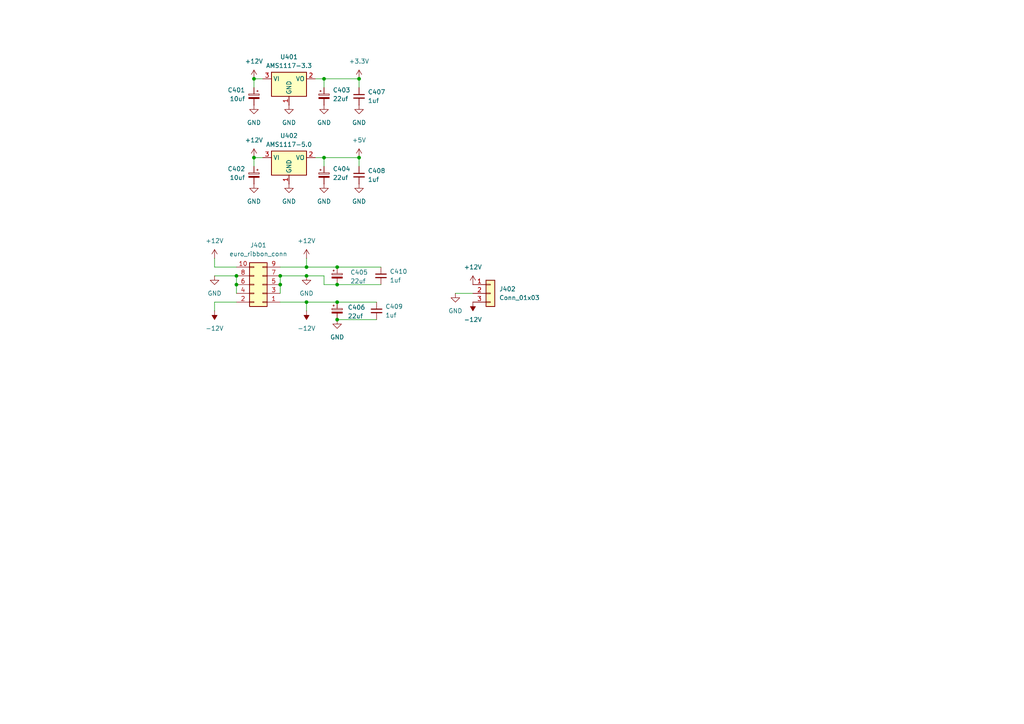
<source format=kicad_sch>
(kicad_sch (version 20250114) (generator "eeschema") (generator_version "9.0")
  (paper "A4")
  (lib_symbols
    (symbol "Connector_Generic:Conn_01x03" (pin_names (offset 1.016) (hide yes))
      (property "Reference" "J" (at 0 5.08 0))
      (property "Value" "Conn_01x03" (at 0 -5.08 0))
      (symbol "Conn_01x03_1_1"
        (rectangle (start -1.27 3.81) (end 1.27 -3.81) (stroke (width 0.254)) (fill (type background)))
        (rectangle (start -1.27 2.667) (end 0 2.413) (stroke (width 0.1524)))
        (rectangle (start -1.27 0.127) (end 0 -0.127) (stroke (width 0.1524)))
        (rectangle (start -1.27 -2.413) (end 0 -2.667) (stroke (width 0.1524)))
        (pin passive line (at -5.08 2.54 0) (length 3.81) (name "Pin_1") (number "1"))
        (pin passive line (at -5.08 0 0) (length 3.81) (name "Pin_2") (number "2"))
        (pin passive line (at -5.08 -2.54 0) (length 3.81) (name "Pin_3") (number "3"))
      )
    )
    (symbol "Connector_Generic:Conn_02x05_Odd_Even" (pin_names (offset 1.016) (hide yes))
      (property "Reference" "J" (at 1.27 7.62 0))
      (property "Value" "Conn_02x05_Odd_Even" (at 1.27 -7.62 0))
      (symbol "Conn_02x05_Odd_Even_1_1"
        (rectangle (start -1.27 6.35) (end 3.81 -6.35) (stroke (width 0.254)) (fill (type background)))
        (rectangle (start -1.27 5.207) (end 0 4.953) (stroke (width 0.1524)))
        (rectangle (start -1.27 2.667) (end 0 2.413) (stroke (width 0.1524)))
        (rectangle (start -1.27 0.127) (end 0 -0.127) (stroke (width 0.1524)))
        (rectangle (start -1.27 -2.413) (end 0 -2.667) (stroke (width 0.1524)))
        (rectangle (start -1.27 -4.953) (end 0 -5.207) (stroke (width 0.1524)))
        (rectangle (start 3.81 5.207) (end 2.54 4.953) (stroke (width 0.1524)))
        (rectangle (start 3.81 2.667) (end 2.54 2.413) (stroke (width 0.1524)))
        (rectangle (start 3.81 0.127) (end 2.54 -0.127) (stroke (width 0.1524)))
        (rectangle (start 3.81 -2.413) (end 2.54 -2.667) (stroke (width 0.1524)))
        (rectangle (start 3.81 -4.953) (end 2.54 -5.207) (stroke (width 0.1524)))
        (pin passive line (at -5.08 5.08 0) (length 3.81) (name "Pin_1") (number "1"))
        (pin passive line (at -5.08 2.54 0) (length 3.81) (name "Pin_3") (number "3"))
        (pin passive line (at -5.08 0 0) (length 3.81) (name "Pin_5") (number "5"))
        (pin passive line (at -5.08 -2.54 0) (length 3.81) (name "Pin_7") (number "7"))
        (pin passive line (at -5.08 -5.08 0) (length 3.81) (name "Pin_9") (number "9"))
        (pin passive line (at 7.62 5.08 180) (length 3.81) (name "Pin_2") (number "2"))
        (pin passive line (at 7.62 2.54 180) (length 3.81) (name "Pin_4") (number "4"))
        (pin passive line (at 7.62 0 180) (length 3.81) (name "Pin_6") (number "6"))
        (pin passive line (at 7.62 -2.54 180) (length 3.81) (name "Pin_8") (number "8"))
        (pin passive line (at 7.62 -5.08 180) (length 3.81) (name "Pin_10") (number "10"))
      )
    )
    (symbol "Device:C_Polarized_Small" (pin_numbers (hide yes)) (pin_names (offset 0.254) (hide yes))
      (property "Reference" "C" (at 0.254 1.778 0))
      (property "Value" "C_Polarized_Small" (at 0.254 -2.032 0))
      (symbol "C_Polarized_Small_0_1"
        (rectangle (start -1.524 0.6858) (end 1.524 0.3048))
        (rectangle (start -1.524 -0.3048) (end 1.524 -0.6858) (fill (type outline)))
        (polyline (pts (xy -1.27 1.524) (xy -0.762 1.524)))
        (polyline (pts (xy -1.016 1.27) (xy -1.016 1.778)))
      )
      (symbol "C_Polarized_Small_1_1"
        (pin passive line (at 0 2.54 270) (length 1.8542) (name "~") (number "1"))
        (pin passive line (at 0 -2.54 90) (length 1.8542) (name "~") (number "2"))
      )
    )
    (symbol "Device:C_Small" (pin_numbers (hide yes)) (pin_names (offset 0.254) (hide yes))
      (property "Reference" "C" (at 0.254 1.778 0))
      (property "Value" "C_Small" (at 0.254 -2.032 0))
      (symbol "C_Small_0_1"
        (polyline (pts (xy -1.524 0.508) (xy 1.524 0.508)) (stroke (width 0.3048)))
        (polyline (pts (xy -1.524 -0.508) (xy 1.524 -0.508)) (stroke (width 0.3302)))
      )
      (symbol "C_Small_1_1"
        (pin passive line (at 0 2.54 270) (length 2.032) (name "~") (number "1"))
        (pin passive line (at 0 -2.54 90) (length 2.032) (name "~") (number "2"))
      )
    )
    (symbol "Regulator_Linear:AMS1117-3.3"
      (property "Reference" "U" (at -3.81 3.175 0))
      (property "Value" "AMS1117-3.3" (at 0 3.175 0))
      (symbol "AMS1117-3.3_0_1"
        (rectangle (start -5.08 -5.08) (end 5.08 1.905) (stroke (width 0.254)) (fill (type background)))
      )
      (symbol "AMS1117-3.3_1_1"
        (pin power_in line (at -7.62 0 0) (length 2.54) (name "VI") (number "3"))
        (pin power_in line (at 0 -7.62 90) (length 2.54) (name "GND") (number "1"))
        (pin power_out line (at 7.62 0 180) (length 2.54) (name "VO") (number "2"))
      )
    )
    (symbol "Regulator_Linear:AMS1117-5.0"
      (property "Reference" "U" (at -3.81 3.175 0))
      (property "Value" "AMS1117-5.0" (at 0 3.175 0))
      (symbol "AMS1117-5.0_0_1"
        (rectangle (start -5.08 -5.08) (end 5.08 1.905) (stroke (width 0.254)) (fill (type background)))
      )
      (symbol "AMS1117-5.0_1_1"
        (pin power_in line (at -7.62 0 0) (length 2.54) (name "VI") (number "3"))
        (pin power_in line (at 0 -7.62 90) (length 2.54) (name "GND") (number "1"))
        (pin power_out line (at 7.62 0 180) (length 2.54) (name "VO") (number "2"))
      )
    )
    (symbol "power:+12V" (power) (pin_numbers (hide yes)) (pin_names (offset 0) (hide yes))
      (property "Value" "+12V" (at 0 3.556 0))
      (symbol "+12V_0_1"
        (polyline (pts (xy -0.762 1.27) (xy 0 2.54)))
        (polyline (pts (xy 0 2.54) (xy 0.762 1.27)))
        (polyline (pts (xy 0 0) (xy 0 2.54)))
      )
      (symbol "+12V_1_1"
        (pin power_in line (at 0 0 90) (length 0) (name "~") (number "1"))
      )
    )
    (symbol "power:+3.3V" (power) (pin_numbers (hide yes)) (pin_names (offset 0) (hide yes))
      (property "Value" "+3.3V" (at 0 3.556 0))
      (symbol "+3.3V_0_1"
        (polyline (pts (xy -0.762 1.27) (xy 0 2.54)))
        (polyline (pts (xy 0 2.54) (xy 0.762 1.27)))
        (polyline (pts (xy 0 0) (xy 0 2.54)))
      )
      (symbol "+3.3V_1_1"
        (pin power_in line (at 0 0 90) (length 0) (name "~") (number "1"))
      )
    )
    (symbol "power:+5V" (power) (pin_numbers (hide yes)) (pin_names (offset 0) (hide yes))
      (property "Value" "+5V" (at 0 3.556 0))
      (symbol "+5V_0_1"
        (polyline (pts (xy -0.762 1.27) (xy 0 2.54)))
        (polyline (pts (xy 0 2.54) (xy 0.762 1.27)))
        (polyline (pts (xy 0 0) (xy 0 2.54)))
      )
      (symbol "+5V_1_1"
        (pin power_in line (at 0 0 90) (length 0) (name "~") (number "1"))
      )
    )
    (symbol "power:-12V" (power) (pin_numbers (hide yes)) (pin_names (offset 0) (hide yes))
      (property "Value" "-12V" (at 0 3.556 0))
      (symbol "-12V_0_0"
        (pin power_in line (at 0 0 90) (length 0) (name "~") (number "1"))
      )
      (symbol "-12V_0_1"
        (polyline (pts (xy 0 0) (xy 0 1.27) (xy 0.762 1.27) (xy 0 2.54) (xy -0.762 1.27) (xy 0 1.27)) (fill (type outline)))
      )
    )
    (symbol "power:GND" (power) (pin_numbers (hide yes)) (pin_names (offset 0) (hide yes))
      (property "Value" "GND" (at 0 -3.81 0))
      (symbol "GND_0_1"
        (polyline (pts (xy 0 0) (xy 0 -1.27) (xy 1.27 -1.27) (xy 0 -2.54) (xy -1.27 -1.27) (xy 0 -1.27)))
      )
      (symbol "GND_1_1"
        (pin power_in line (at 0 0 270) (length 0) (name "~") (number "1"))
      )
    )
  )
  (junction (at 97.79 77.47))
  (junction (at 104.14 22.86))
  (junction (at 93.98 22.86))
  (junction (at 97.79 87.63))
  (junction (at 73.66 45.72))
  (junction (at 104.14 45.72))
  (junction (at 97.79 82.55))
  (junction (at 88.9 80.01))
  (junction (at 81.28 82.55))
  (junction (at 88.9 87.63))
  (junction (at 93.98 45.72))
  (junction (at 97.79 92.71))
  (junction (at 88.9 77.47))
  (junction (at 81.28 80.01))
  (junction (at 68.58 82.55))
  (junction (at 73.66 22.86))
  (junction (at 68.58 80.01))
  (wire (pts (xy 104.14 45.72) (xy 93.98 45.72)))
  (wire (pts (xy 81.28 80.01) (xy 81.28 82.55)))
  (wire (pts (xy 76.2 22.86) (xy 73.66 22.86)))
  (wire (pts (xy 81.28 87.63) (xy 88.9 87.63)))
  (wire (pts (xy 97.79 87.63) (xy 109.22 87.63)))
  (wire (pts (xy 73.66 22.86) (xy 73.66 25.4)))
  (wire (pts (xy 93.98 45.72) (xy 91.44 45.72)))
  (wire (pts (xy 88.9 77.47) (xy 88.9 74.93)))
  (wire (pts (xy 88.9 87.63) (xy 88.9 90.17)))
  (wire (pts (xy 104.14 22.86) (xy 104.14 25.4)))
  (wire (pts (xy 68.58 82.55) (xy 68.58 85.09)))
  (wire (pts (xy 93.98 80.01) (xy 93.98 82.55)))
  (wire (pts (xy 88.9 77.47) (xy 97.79 77.47)))
  (wire (pts (xy 62.23 80.01) (xy 68.58 80.01)))
  (wire (pts (xy 97.79 82.55) (xy 110.49 82.55)))
  (wire (pts (xy 88.9 87.63) (xy 97.79 87.63)))
  (wire (pts (xy 104.14 22.86) (xy 93.98 22.86)))
  (wire (pts (xy 97.79 92.71) (xy 109.22 92.71)))
  (wire (pts (xy 62.23 87.63) (xy 68.58 87.63)))
  (wire (pts (xy 88.9 80.01) (xy 93.98 80.01)))
  (wire (pts (xy 81.28 80.01) (xy 88.9 80.01)))
  (wire (pts (xy 97.79 77.47) (xy 110.49 77.47)))
  (wire (pts (xy 93.98 45.72) (xy 93.98 48.26)))
  (wire (pts (xy 68.58 80.01) (xy 68.58 82.55)))
  (wire (pts (xy 104.14 45.72) (xy 104.14 48.26)))
  (wire (pts (xy 73.66 45.72) (xy 73.66 48.26)))
  (wire (pts (xy 62.23 90.17) (xy 62.23 87.63)))
  (wire (pts (xy 76.2 45.72) (xy 73.66 45.72)))
  (wire (pts (xy 93.98 25.4) (xy 93.98 22.86)))
  (wire (pts (xy 62.23 77.47) (xy 68.58 77.47)))
  (wire (pts (xy 93.98 22.86) (xy 91.44 22.86)))
  (wire (pts (xy 81.28 77.47) (xy 88.9 77.47)))
  (wire (pts (xy 93.98 82.55) (xy 97.79 82.55)))
  (wire (pts (xy 81.28 82.55) (xy 81.28 85.09)))
  (wire (pts (xy 132.08 85.09) (xy 137.16 85.09)))
  (wire (pts (xy 62.23 74.93) (xy 62.23 77.47)))
  (symbol (lib_id "power:GND") (at 88.9 80.01 0) (unit 1)
    (property "Reference" "#PWR0409" (effects (hide yes)))
    (property "Value" "GND" (at 88.9 85.09 0))
    (property "Description" "Power symbol creates a global label with name \"GND\" , ground" (effects (hide yes)))
  )
  (symbol (lib_id "Device:C_Polarized_Small") (at 93.98 27.94 0) (unit 1)
    (property "Reference" "C403" (at 96.52 26.1238 0) (effects (justify left)))
    (property "Value" "22uf" (at 96.52 28.6638 0) (effects (justify left)))
    (property "Footprint" "Capacitor_THT:CP_Radial_Tantal_D4.5mm_P2.50mm" (effects (hide yes)))
    (property "Description" "Polarized capacitor, small symbol" (effects (hide yes)))
  )
  (symbol (lib_id "Connector_Generic:Conn_01x03") (at 142.24 85.09 0) (unit 1)
    (property "Reference" "J402" (at 144.78 83.8199 0) (effects (justify left)))
    (property "Value" "Conn_01x03" (at 144.78 86.3599 0) (effects (justify left)))
    (property "Footprint" "Connector_JST:JST_EH_B3B-EH-A_1x03_P2.50mm_Vertical" (effects (hide yes)))
    (property "Description" "Generic connector, single row, 01x03, script generated (kicad-library-utils/schlib/autogen/connector/)" (effects (hide yes)))
  )
  (symbol (lib_id "power:GND") (at 104.14 30.48 0) (unit 1)
    (property "Reference" "#PWR0414" (effects (hide yes)))
    (property "Value" "GND" (at 104.14 35.56 0))
    (property "Description" "Power symbol creates a global label with name \"GND\" , ground" (effects (hide yes)))
  )
  (symbol (lib_id "power:GND") (at 104.14 53.34 0) (unit 1)
    (property "Reference" "#PWR0415" (effects (hide yes)))
    (property "Value" "GND" (at 104.14 58.42 0))
    (property "Description" "Power symbol creates a global label with name \"GND\" , ground" (effects (hide yes)))
  )
  (symbol (lib_id "power:+3.3V") (at 104.14 22.86 0) (unit 1)
    (property "Reference" "#PWR0627" (effects (hide yes)))
    (property "Value" "+3.3V" (at 104.14 17.78 0))
    (property "Description" "Power symbol creates a global label with name \"+3.3V\"" (effects (hide yes)))
  )
  (symbol (lib_id "Device:C_Small") (at 109.22 90.17 0) (unit 1)
    (property "Reference" "C409" (at 111.76 88.9062 0) (effects (justify left)))
    (property "Value" "1uf" (at 111.76 91.4462 0) (effects (justify left)))
    (property "Footprint" "LED_SMD:LED_0805_2012Metric_Pad1.15x1.40mm_HandSolder" (effects (hide yes)))
    (property "Description" "Unpolarized capacitor, small symbol" (effects (hide yes)))
  )
  (symbol (lib_id "power:GND") (at 73.66 53.34 0) (unit 1)
    (property "Reference" "#PWR0405" (effects (hide yes)))
    (property "Value" "GND" (at 73.66 58.42 0))
    (property "Description" "Power symbol creates a global label with name \"GND\" , ground" (effects (hide yes)))
  )
  (symbol (lib_id "power:GND") (at 132.08 85.09 0) (unit 1)
    (property "Reference" "#PWR0416" (effects (hide yes)))
    (property "Value" "GND" (at 132.08 90.17 0))
    (property "Description" "Power symbol creates a global label with name \"GND\" , ground" (effects (hide yes)))
  )
  (symbol (lib_id "power:GND") (at 62.23 80.01 0) (unit 1)
    (property "Reference" "#PWR0402" (effects (hide yes)))
    (property "Value" "GND" (at 62.23 85.09 0))
    (property "Description" "Power symbol creates a global label with name \"GND\" , ground" (effects (hide yes)))
  )
  (symbol (lib_id "power:-12V") (at 62.23 90.17 180) (unit 1)
    (property "Reference" "#PWR0403" (effects (hide yes)))
    (property "Value" "-12V" (at 62.23 95.25 0))
    (property "Description" "Power symbol creates a global label with name \"-12V\"" (effects (hide yes)))
  )
  (symbol (lib_id "power:GND") (at 73.66 30.48 0) (unit 1)
    (property "Reference" "#PWR0404" (effects (hide yes)))
    (property "Value" "GND" (at 73.66 35.56 0))
    (property "Description" "Power symbol creates a global label with name \"GND\" , ground" (effects (hide yes)))
  )
  (symbol (lib_id "Device:C_Small") (at 104.14 50.8 0) (unit 1)
    (property "Reference" "C408" (at 106.68 49.5362 0) (effects (justify left)))
    (property "Value" "1uf" (at 106.68 52.0762 0) (effects (justify left)))
    (property "Footprint" "LED_SMD:LED_0805_2012Metric_Pad1.15x1.40mm_HandSolder" (effects (hide yes)))
    (property "Description" "Unpolarized capacitor, small symbol" (effects (hide yes)))
  )
  (symbol (lib_id "power:GND") (at 83.82 53.34 0) (unit 1)
    (property "Reference" "#PWR0407" (effects (hide yes)))
    (property "Value" "GND" (at 83.82 58.42 0))
    (property "Description" "Power symbol creates a global label with name \"GND\" , ground" (effects (hide yes)))
  )
  (symbol (lib_id "Connector_Generic:Conn_02x05_Odd_Even") (at 76.2 82.55 180) (unit 1)
    (property "Reference" "J401" (at 74.93 71.12 0))
    (property "Value" "euro_ribbon_conn" (at 74.93 73.66 0))
    (property "Footprint" "Connector_IDC:IDC-Header_2x05_P2.54mm_Vertical" (effects (hide yes)))
    (property "Description" "Generic connector, double row, 02x05, odd/even pin numbering scheme (row 1 odd numbers, row 2 even numbers), script generated (kicad-library-utils/schlib/autogen/connector/)" (effects (hide yes)))
  )
  (symbol (lib_id "Device:C_Polarized_Small") (at 73.66 27.94 0) (mirror y) (unit 1)
    (property "Reference" "C401" (at 71.12 26.1238 0) (effects (justify left)))
    (property "Value" "10uf" (at 71.12 28.6638 0) (effects (justify left)))
    (property "Footprint" "Capacitor_THT:CP_Radial_Tantal_D4.5mm_P2.50mm" (effects (hide yes)))
    (property "Description" "Polarized capacitor, small symbol" (effects (hide yes)))
  )
  (symbol (lib_id "power:+12V") (at 73.66 45.72 0) (unit 1)
    (property "Reference" "#PWR0419" (effects (hide yes)))
    (property "Value" "+12V" (at 73.66 40.64 0))
    (property "Description" "Power symbol creates a global label with name \"+12V\"" (effects (hide yes)))
  )
  (symbol (lib_id "Device:C_Polarized_Small") (at 97.79 90.17 0) (unit 1)
    (property "Reference" "C406" (at 100.838 89.154 0) (effects (justify left)))
    (property "Value" "22uf" (at 100.838 91.694 0) (effects (justify left)))
    (property "Footprint" "Capacitor_THT:CP_Radial_D6.3mm_P2.50mm" (effects (hide yes)))
    (property "Description" "Polarized capacitor, small symbol" (effects (hide yes)))
  )
  (symbol (lib_id "Device:C_Small") (at 110.49 80.01 0) (unit 1)
    (property "Reference" "C410" (at 113.03 78.7462 0) (effects (justify left)))
    (property "Value" "1uf" (at 113.03 81.2862 0) (effects (justify left)))
    (property "Footprint" "Capacitor_SMD:C_0805_2012Metric_Pad1.18x1.45mm_HandSolder" (effects (hide yes)))
    (property "Description" "Unpolarized capacitor, small symbol" (effects (hide yes)))
  )
  (symbol (lib_id "Device:C_Polarized_Small") (at 73.66 50.8 0) (mirror y) (unit 1)
    (property "Reference" "C402" (at 71.12 48.9838 0) (effects (justify left)))
    (property "Value" "10uf" (at 71.12 51.5238 0) (effects (justify left)))
    (property "Footprint" "Capacitor_THT:CP_Radial_Tantal_D4.5mm_P2.50mm" (effects (hide yes)))
    (property "Description" "Polarized capacitor, small symbol" (effects (hide yes)))
  )
  (symbol (lib_id "power:+12V") (at 137.16 82.55 0) (unit 1)
    (property "Reference" "#PWR0417" (effects (hide yes)))
    (property "Value" "+12V" (at 137.16 77.47 0))
    (property "Description" "Power symbol creates a global label with name \"+12V\"" (effects (hide yes)))
  )
  (symbol (lib_id "power:GND") (at 93.98 30.48 0) (unit 1)
    (property "Reference" "#PWR0411" (effects (hide yes)))
    (property "Value" "GND" (at 93.98 35.56 0))
    (property "Description" "Power symbol creates a global label with name \"GND\" , ground" (effects (hide yes)))
  )
  (symbol (lib_id "power:+12V") (at 88.9 74.93 0) (unit 1)
    (property "Reference" "#PWR0408" (effects (hide yes)))
    (property "Value" "+12V" (at 88.9 69.85 0))
    (property "Description" "Power symbol creates a global label with name \"+12V\"" (effects (hide yes)))
  )
  (symbol (lib_id "Device:C_Polarized_Small") (at 97.79 80.01 0) (unit 1)
    (property "Reference" "C405" (at 101.6 78.994 0) (effects (justify left)))
    (property "Value" "22uf" (at 101.6 81.534 0) (effects (justify left)))
    (property "Footprint" "Capacitor_THT:CP_Radial_D6.3mm_P2.50mm" (effects (hide yes)))
    (property "Description" "Polarized capacitor, small symbol" (effects (hide yes)))
  )
  (symbol (lib_id "Device:C_Polarized_Small") (at 93.98 50.8 0) (unit 1)
    (property "Reference" "C404" (at 96.52 48.9838 0) (effects (justify left)))
    (property "Value" "22uf" (at 96.52 51.5238 0) (effects (justify left)))
    (property "Footprint" "Capacitor_THT:CP_Radial_Tantal_D4.5mm_P2.50mm" (effects (hide yes)))
    (property "Description" "Polarized capacitor, small symbol" (effects (hide yes)))
  )
  (symbol (lib_id "power:GND") (at 97.79 92.71 0) (unit 1)
    (property "Reference" "#PWR0413" (effects (hide yes)))
    (property "Value" "GND" (at 97.79 97.79 0))
    (property "Description" "Power symbol creates a global label with name \"GND\" , ground" (effects (hide yes)))
  )
  (symbol (lib_id "power:-12V") (at 137.16 87.63 180) (unit 1)
    (property "Reference" "#PWR0418" (effects (hide yes)))
    (property "Value" "-12V" (at 137.16 92.71 0))
    (property "Description" "Power symbol creates a global label with name \"-12V\"" (effects (hide yes)))
  )
  (symbol (lib_id "power:-12V") (at 88.9 90.17 180) (unit 1)
    (property "Reference" "#PWR0410" (effects (hide yes)))
    (property "Value" "-12V" (at 88.9 95.25 0))
    (property "Description" "Power symbol creates a global label with name \"-12V\"" (effects (hide yes)))
  )
  (symbol (lib_id "Device:C_Small") (at 104.14 27.94 0) (unit 1)
    (property "Reference" "C407" (at 106.68 26.6762 0) (effects (justify left)))
    (property "Value" "1uf" (at 106.68 29.2162 0) (effects (justify left)))
    (property "Footprint" "LED_SMD:LED_0805_2012Metric_Pad1.15x1.40mm_HandSolder" (effects (hide yes)))
    (property "Description" "Unpolarized capacitor, small symbol" (effects (hide yes)))
  )
  (symbol (lib_id "Regulator_Linear:AMS1117-5.0") (at 83.82 45.72 0) (unit 1)
    (property "Reference" "U402" (at 83.82 39.37 0))
    (property "Value" "AMS1117-5.0" (at 83.82 41.91 0))
    (property "Footprint" "Package_TO_SOT_SMD:SOT-223-3_TabPin2" (effects (hide yes)))
    (property "Datasheet" "http://www.advanced-monolithic.com/pdf/ds1117.pdf" (effects (hide yes)))
    (property "Description" "1A Low Dropout regulator, positive, 5.0V fixed output, SOT-223" (effects (hide yes)))
  )
  (symbol (lib_id "power:GND") (at 83.82 30.48 0) (unit 1)
    (property "Reference" "#PWR0406" (effects (hide yes)))
    (property "Value" "GND" (at 83.82 35.56 0))
    (property "Description" "Power symbol creates a global label with name \"GND\" , ground" (effects (hide yes)))
  )
  (symbol (lib_id "Regulator_Linear:AMS1117-3.3") (at 83.82 22.86 0) (unit 1)
    (property "Reference" "U401" (at 83.82 16.51 0))
    (property "Value" "AMS1117-3.3" (at 83.82 19.05 0))
    (property "Footprint" "Package_TO_SOT_SMD:SOT-223-3_TabPin2" (effects (hide yes)))
    (property "Datasheet" "http://www.advanced-monolithic.com/pdf/ds1117.pdf" (effects (hide yes)))
    (property "Description" "1A Low Dropout regulator, positive, 3.3V fixed output, SOT-223" (effects (hide yes)))
  )
  (symbol (lib_id "power:+12V") (at 73.66 22.86 0) (unit 1)
    (property "Reference" "#PWR0420" (effects (hide yes)))
    (property "Value" "+12V" (at 73.66 17.78 0))
    (property "Description" "Power symbol creates a global label with name \"+12V\"" (effects (hide yes)))
  )
  (symbol (lib_id "power:GND") (at 93.98 53.34 0) (unit 1)
    (property "Reference" "#PWR0412" (effects (hide yes)))
    (property "Value" "GND" (at 93.98 58.42 0))
    (property "Description" "Power symbol creates a global label with name \"GND\" , ground" (effects (hide yes)))
  )
  (symbol (lib_id "power:+5V") (at 104.14 45.72 0) (unit 1)
    (property "Reference" "#PWR0628" (effects (hide yes)))
    (property "Value" "+5V" (at 104.14 40.64 0))
    (property "Description" "Power symbol creates a global label with name \"+5V\"" (effects (hide yes)))
  )
  (symbol (lib_id "power:+12V") (at 62.23 74.93 0) (unit 1)
    (property "Reference" "#PWR0401" (effects (hide yes)))
    (property "Value" "+12V" (at 62.23 69.85 0))
    (property "Description" "Power symbol creates a global label with name \"+12V\"" (effects (hide yes)))
  )
)
</source>
